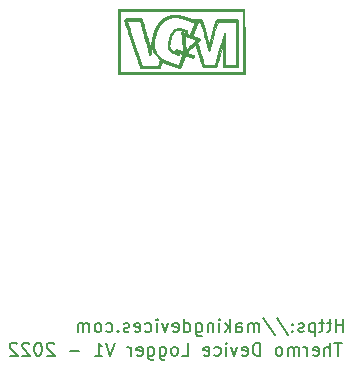
<source format=gbr>
%TF.GenerationSoftware,KiCad,Pcbnew,(5.1.12-1-g0a0a2da680)-1*%
%TF.CreationDate,2022-06-30T22:32:07+02:00*%
%TF.ProjectId,ThermoDeviceLogger,54686572-6d6f-4446-9576-6963654c6f67,rev?*%
%TF.SameCoordinates,Original*%
%TF.FileFunction,Legend,Bot*%
%TF.FilePolarity,Positive*%
%FSLAX46Y46*%
G04 Gerber Fmt 4.6, Leading zero omitted, Abs format (unit mm)*
G04 Created by KiCad (PCBNEW (5.1.12-1-g0a0a2da680)-1) date 2022-06-30 22:32:07*
%MOMM*%
%LPD*%
G01*
G04 APERTURE LIST*
%ADD10C,0.200000*%
%ADD11C,0.010000*%
G04 APERTURE END LIST*
D10*
X119485714Y-79997619D02*
X119485714Y-78897619D01*
X119485714Y-79421428D02*
X118857142Y-79421428D01*
X118857142Y-79997619D02*
X118857142Y-78897619D01*
X118490476Y-79264285D02*
X118071428Y-79264285D01*
X118333333Y-78897619D02*
X118333333Y-79840476D01*
X118280952Y-79945238D01*
X118176190Y-79997619D01*
X118071428Y-79997619D01*
X117861904Y-79264285D02*
X117442857Y-79264285D01*
X117704761Y-78897619D02*
X117704761Y-79840476D01*
X117652380Y-79945238D01*
X117547619Y-79997619D01*
X117442857Y-79997619D01*
X117076190Y-79264285D02*
X117076190Y-80364285D01*
X117076190Y-79316666D02*
X116971428Y-79264285D01*
X116761904Y-79264285D01*
X116657142Y-79316666D01*
X116604761Y-79369047D01*
X116552380Y-79473809D01*
X116552380Y-79788095D01*
X116604761Y-79892857D01*
X116657142Y-79945238D01*
X116761904Y-79997619D01*
X116971428Y-79997619D01*
X117076190Y-79945238D01*
X116133333Y-79945238D02*
X116028571Y-79997619D01*
X115819047Y-79997619D01*
X115714285Y-79945238D01*
X115661904Y-79840476D01*
X115661904Y-79788095D01*
X115714285Y-79683333D01*
X115819047Y-79630952D01*
X115976190Y-79630952D01*
X116080952Y-79578571D01*
X116133333Y-79473809D01*
X116133333Y-79421428D01*
X116080952Y-79316666D01*
X115976190Y-79264285D01*
X115819047Y-79264285D01*
X115714285Y-79316666D01*
X115190476Y-79892857D02*
X115138095Y-79945238D01*
X115190476Y-79997619D01*
X115242857Y-79945238D01*
X115190476Y-79892857D01*
X115190476Y-79997619D01*
X115190476Y-79316666D02*
X115138095Y-79369047D01*
X115190476Y-79421428D01*
X115242857Y-79369047D01*
X115190476Y-79316666D01*
X115190476Y-79421428D01*
X113880952Y-78845238D02*
X114823809Y-80259523D01*
X112728571Y-78845238D02*
X113671428Y-80259523D01*
X112361904Y-79997619D02*
X112361904Y-79264285D01*
X112361904Y-79369047D02*
X112309523Y-79316666D01*
X112204761Y-79264285D01*
X112047619Y-79264285D01*
X111942857Y-79316666D01*
X111890476Y-79421428D01*
X111890476Y-79997619D01*
X111890476Y-79421428D02*
X111838095Y-79316666D01*
X111733333Y-79264285D01*
X111576190Y-79264285D01*
X111471428Y-79316666D01*
X111419047Y-79421428D01*
X111419047Y-79997619D01*
X110423809Y-79997619D02*
X110423809Y-79421428D01*
X110476190Y-79316666D01*
X110580952Y-79264285D01*
X110790476Y-79264285D01*
X110895238Y-79316666D01*
X110423809Y-79945238D02*
X110528571Y-79997619D01*
X110790476Y-79997619D01*
X110895238Y-79945238D01*
X110947619Y-79840476D01*
X110947619Y-79735714D01*
X110895238Y-79630952D01*
X110790476Y-79578571D01*
X110528571Y-79578571D01*
X110423809Y-79526190D01*
X109900000Y-79997619D02*
X109900000Y-78897619D01*
X109795238Y-79578571D02*
X109480952Y-79997619D01*
X109480952Y-79264285D02*
X109900000Y-79683333D01*
X109009523Y-79997619D02*
X109009523Y-79264285D01*
X109009523Y-78897619D02*
X109061904Y-78950000D01*
X109009523Y-79002380D01*
X108957142Y-78950000D01*
X109009523Y-78897619D01*
X109009523Y-79002380D01*
X108485714Y-79264285D02*
X108485714Y-79997619D01*
X108485714Y-79369047D02*
X108433333Y-79316666D01*
X108328571Y-79264285D01*
X108171428Y-79264285D01*
X108066666Y-79316666D01*
X108014285Y-79421428D01*
X108014285Y-79997619D01*
X107019047Y-79264285D02*
X107019047Y-80154761D01*
X107071428Y-80259523D01*
X107123809Y-80311904D01*
X107228571Y-80364285D01*
X107385714Y-80364285D01*
X107490476Y-80311904D01*
X107019047Y-79945238D02*
X107123809Y-79997619D01*
X107333333Y-79997619D01*
X107438095Y-79945238D01*
X107490476Y-79892857D01*
X107542857Y-79788095D01*
X107542857Y-79473809D01*
X107490476Y-79369047D01*
X107438095Y-79316666D01*
X107333333Y-79264285D01*
X107123809Y-79264285D01*
X107019047Y-79316666D01*
X106023809Y-79997619D02*
X106023809Y-78897619D01*
X106023809Y-79945238D02*
X106128571Y-79997619D01*
X106338095Y-79997619D01*
X106442857Y-79945238D01*
X106495238Y-79892857D01*
X106547619Y-79788095D01*
X106547619Y-79473809D01*
X106495238Y-79369047D01*
X106442857Y-79316666D01*
X106338095Y-79264285D01*
X106128571Y-79264285D01*
X106023809Y-79316666D01*
X105080952Y-79945238D02*
X105185714Y-79997619D01*
X105395238Y-79997619D01*
X105500000Y-79945238D01*
X105552380Y-79840476D01*
X105552380Y-79421428D01*
X105500000Y-79316666D01*
X105395238Y-79264285D01*
X105185714Y-79264285D01*
X105080952Y-79316666D01*
X105028571Y-79421428D01*
X105028571Y-79526190D01*
X105552380Y-79630952D01*
X104661904Y-79264285D02*
X104400000Y-79997619D01*
X104138095Y-79264285D01*
X103719047Y-79997619D02*
X103719047Y-79264285D01*
X103719047Y-78897619D02*
X103771428Y-78950000D01*
X103719047Y-79002380D01*
X103666666Y-78950000D01*
X103719047Y-78897619D01*
X103719047Y-79002380D01*
X102723809Y-79945238D02*
X102828571Y-79997619D01*
X103038095Y-79997619D01*
X103142857Y-79945238D01*
X103195238Y-79892857D01*
X103247619Y-79788095D01*
X103247619Y-79473809D01*
X103195238Y-79369047D01*
X103142857Y-79316666D01*
X103038095Y-79264285D01*
X102828571Y-79264285D01*
X102723809Y-79316666D01*
X101833333Y-79945238D02*
X101938095Y-79997619D01*
X102147619Y-79997619D01*
X102252380Y-79945238D01*
X102304761Y-79840476D01*
X102304761Y-79421428D01*
X102252380Y-79316666D01*
X102147619Y-79264285D01*
X101938095Y-79264285D01*
X101833333Y-79316666D01*
X101780952Y-79421428D01*
X101780952Y-79526190D01*
X102304761Y-79630952D01*
X101361904Y-79945238D02*
X101257142Y-79997619D01*
X101047619Y-79997619D01*
X100942857Y-79945238D01*
X100890476Y-79840476D01*
X100890476Y-79788095D01*
X100942857Y-79683333D01*
X101047619Y-79630952D01*
X101204761Y-79630952D01*
X101309523Y-79578571D01*
X101361904Y-79473809D01*
X101361904Y-79421428D01*
X101309523Y-79316666D01*
X101204761Y-79264285D01*
X101047619Y-79264285D01*
X100942857Y-79316666D01*
X100419047Y-79892857D02*
X100366666Y-79945238D01*
X100419047Y-79997619D01*
X100471428Y-79945238D01*
X100419047Y-79892857D01*
X100419047Y-79997619D01*
X99423809Y-79945238D02*
X99528571Y-79997619D01*
X99738095Y-79997619D01*
X99842857Y-79945238D01*
X99895238Y-79892857D01*
X99947619Y-79788095D01*
X99947619Y-79473809D01*
X99895238Y-79369047D01*
X99842857Y-79316666D01*
X99738095Y-79264285D01*
X99528571Y-79264285D01*
X99423809Y-79316666D01*
X98795238Y-79997619D02*
X98900000Y-79945238D01*
X98952380Y-79892857D01*
X99004761Y-79788095D01*
X99004761Y-79473809D01*
X98952380Y-79369047D01*
X98900000Y-79316666D01*
X98795238Y-79264285D01*
X98638095Y-79264285D01*
X98533333Y-79316666D01*
X98480952Y-79369047D01*
X98428571Y-79473809D01*
X98428571Y-79788095D01*
X98480952Y-79892857D01*
X98533333Y-79945238D01*
X98638095Y-79997619D01*
X98795238Y-79997619D01*
X97957142Y-79997619D02*
X97957142Y-79264285D01*
X97957142Y-79369047D02*
X97904761Y-79316666D01*
X97800000Y-79264285D01*
X97642857Y-79264285D01*
X97538095Y-79316666D01*
X97485714Y-79421428D01*
X97485714Y-79997619D01*
X97485714Y-79421428D02*
X97433333Y-79316666D01*
X97328571Y-79264285D01*
X97171428Y-79264285D01*
X97066666Y-79316666D01*
X97014285Y-79421428D01*
X97014285Y-79997619D01*
X119366666Y-80897619D02*
X118738095Y-80897619D01*
X119052380Y-81997619D02*
X119052380Y-80897619D01*
X118371428Y-81997619D02*
X118371428Y-80897619D01*
X117900000Y-81997619D02*
X117900000Y-81421428D01*
X117952380Y-81316666D01*
X118057142Y-81264285D01*
X118214285Y-81264285D01*
X118319047Y-81316666D01*
X118371428Y-81369047D01*
X116957142Y-81945238D02*
X117061904Y-81997619D01*
X117271428Y-81997619D01*
X117376190Y-81945238D01*
X117428571Y-81840476D01*
X117428571Y-81421428D01*
X117376190Y-81316666D01*
X117271428Y-81264285D01*
X117061904Y-81264285D01*
X116957142Y-81316666D01*
X116904761Y-81421428D01*
X116904761Y-81526190D01*
X117428571Y-81630952D01*
X116433333Y-81997619D02*
X116433333Y-81264285D01*
X116433333Y-81473809D02*
X116380952Y-81369047D01*
X116328571Y-81316666D01*
X116223809Y-81264285D01*
X116119047Y-81264285D01*
X115752380Y-81997619D02*
X115752380Y-81264285D01*
X115752380Y-81369047D02*
X115700000Y-81316666D01*
X115595238Y-81264285D01*
X115438095Y-81264285D01*
X115333333Y-81316666D01*
X115280952Y-81421428D01*
X115280952Y-81997619D01*
X115280952Y-81421428D02*
X115228571Y-81316666D01*
X115123809Y-81264285D01*
X114966666Y-81264285D01*
X114861904Y-81316666D01*
X114809523Y-81421428D01*
X114809523Y-81997619D01*
X114128571Y-81997619D02*
X114233333Y-81945238D01*
X114285714Y-81892857D01*
X114338095Y-81788095D01*
X114338095Y-81473809D01*
X114285714Y-81369047D01*
X114233333Y-81316666D01*
X114128571Y-81264285D01*
X113971428Y-81264285D01*
X113866666Y-81316666D01*
X113814285Y-81369047D01*
X113761904Y-81473809D01*
X113761904Y-81788095D01*
X113814285Y-81892857D01*
X113866666Y-81945238D01*
X113971428Y-81997619D01*
X114128571Y-81997619D01*
X112452380Y-81997619D02*
X112452380Y-80897619D01*
X112190476Y-80897619D01*
X112033333Y-80950000D01*
X111928571Y-81054761D01*
X111876190Y-81159523D01*
X111823809Y-81369047D01*
X111823809Y-81526190D01*
X111876190Y-81735714D01*
X111928571Y-81840476D01*
X112033333Y-81945238D01*
X112190476Y-81997619D01*
X112452380Y-81997619D01*
X110933333Y-81945238D02*
X111038095Y-81997619D01*
X111247619Y-81997619D01*
X111352380Y-81945238D01*
X111404761Y-81840476D01*
X111404761Y-81421428D01*
X111352380Y-81316666D01*
X111247619Y-81264285D01*
X111038095Y-81264285D01*
X110933333Y-81316666D01*
X110880952Y-81421428D01*
X110880952Y-81526190D01*
X111404761Y-81630952D01*
X110514285Y-81264285D02*
X110252380Y-81997619D01*
X109990476Y-81264285D01*
X109571428Y-81997619D02*
X109571428Y-81264285D01*
X109571428Y-80897619D02*
X109623809Y-80950000D01*
X109571428Y-81002380D01*
X109519047Y-80950000D01*
X109571428Y-80897619D01*
X109571428Y-81002380D01*
X108576190Y-81945238D02*
X108680952Y-81997619D01*
X108890476Y-81997619D01*
X108995238Y-81945238D01*
X109047619Y-81892857D01*
X109100000Y-81788095D01*
X109100000Y-81473809D01*
X109047619Y-81369047D01*
X108995238Y-81316666D01*
X108890476Y-81264285D01*
X108680952Y-81264285D01*
X108576190Y-81316666D01*
X107685714Y-81945238D02*
X107790476Y-81997619D01*
X108000000Y-81997619D01*
X108104761Y-81945238D01*
X108157142Y-81840476D01*
X108157142Y-81421428D01*
X108104761Y-81316666D01*
X108000000Y-81264285D01*
X107790476Y-81264285D01*
X107685714Y-81316666D01*
X107633333Y-81421428D01*
X107633333Y-81526190D01*
X108157142Y-81630952D01*
X105800000Y-81997619D02*
X106323809Y-81997619D01*
X106323809Y-80897619D01*
X105276190Y-81997619D02*
X105380952Y-81945238D01*
X105433333Y-81892857D01*
X105485714Y-81788095D01*
X105485714Y-81473809D01*
X105433333Y-81369047D01*
X105380952Y-81316666D01*
X105276190Y-81264285D01*
X105119047Y-81264285D01*
X105014285Y-81316666D01*
X104961904Y-81369047D01*
X104909523Y-81473809D01*
X104909523Y-81788095D01*
X104961904Y-81892857D01*
X105014285Y-81945238D01*
X105119047Y-81997619D01*
X105276190Y-81997619D01*
X103966666Y-81264285D02*
X103966666Y-82154761D01*
X104019047Y-82259523D01*
X104071428Y-82311904D01*
X104176190Y-82364285D01*
X104333333Y-82364285D01*
X104438095Y-82311904D01*
X103966666Y-81945238D02*
X104071428Y-81997619D01*
X104280952Y-81997619D01*
X104385714Y-81945238D01*
X104438095Y-81892857D01*
X104490476Y-81788095D01*
X104490476Y-81473809D01*
X104438095Y-81369047D01*
X104385714Y-81316666D01*
X104280952Y-81264285D01*
X104071428Y-81264285D01*
X103966666Y-81316666D01*
X102971428Y-81264285D02*
X102971428Y-82154761D01*
X103023809Y-82259523D01*
X103076190Y-82311904D01*
X103180952Y-82364285D01*
X103338095Y-82364285D01*
X103442857Y-82311904D01*
X102971428Y-81945238D02*
X103076190Y-81997619D01*
X103285714Y-81997619D01*
X103390476Y-81945238D01*
X103442857Y-81892857D01*
X103495238Y-81788095D01*
X103495238Y-81473809D01*
X103442857Y-81369047D01*
X103390476Y-81316666D01*
X103285714Y-81264285D01*
X103076190Y-81264285D01*
X102971428Y-81316666D01*
X102028571Y-81945238D02*
X102133333Y-81997619D01*
X102342857Y-81997619D01*
X102447619Y-81945238D01*
X102500000Y-81840476D01*
X102500000Y-81421428D01*
X102447619Y-81316666D01*
X102342857Y-81264285D01*
X102133333Y-81264285D01*
X102028571Y-81316666D01*
X101976190Y-81421428D01*
X101976190Y-81526190D01*
X102500000Y-81630952D01*
X101504761Y-81997619D02*
X101504761Y-81264285D01*
X101504761Y-81473809D02*
X101452380Y-81369047D01*
X101400000Y-81316666D01*
X101295238Y-81264285D01*
X101190476Y-81264285D01*
X100142857Y-80897619D02*
X99776190Y-81997619D01*
X99409523Y-80897619D01*
X98466666Y-81997619D02*
X99095238Y-81997619D01*
X98780952Y-81997619D02*
X98780952Y-80897619D01*
X98885714Y-81054761D01*
X98990476Y-81159523D01*
X99095238Y-81211904D01*
X97157142Y-81578571D02*
X96319047Y-81578571D01*
X95009523Y-81002380D02*
X94957142Y-80950000D01*
X94852380Y-80897619D01*
X94590476Y-80897619D01*
X94485714Y-80950000D01*
X94433333Y-81002380D01*
X94380952Y-81107142D01*
X94380952Y-81211904D01*
X94433333Y-81369047D01*
X95061904Y-81997619D01*
X94380952Y-81997619D01*
X93700000Y-80897619D02*
X93595238Y-80897619D01*
X93490476Y-80950000D01*
X93438095Y-81002380D01*
X93385714Y-81107142D01*
X93333333Y-81316666D01*
X93333333Y-81578571D01*
X93385714Y-81788095D01*
X93438095Y-81892857D01*
X93490476Y-81945238D01*
X93595238Y-81997619D01*
X93700000Y-81997619D01*
X93804761Y-81945238D01*
X93857142Y-81892857D01*
X93909523Y-81788095D01*
X93961904Y-81578571D01*
X93961904Y-81316666D01*
X93909523Y-81107142D01*
X93857142Y-81002380D01*
X93804761Y-80950000D01*
X93700000Y-80897619D01*
X92914285Y-81002380D02*
X92861904Y-80950000D01*
X92757142Y-80897619D01*
X92495238Y-80897619D01*
X92390476Y-80950000D01*
X92338095Y-81002380D01*
X92285714Y-81107142D01*
X92285714Y-81211904D01*
X92338095Y-81369047D01*
X92966666Y-81997619D01*
X92285714Y-81997619D01*
X91866666Y-81002380D02*
X91814285Y-80950000D01*
X91709523Y-80897619D01*
X91447619Y-80897619D01*
X91342857Y-80950000D01*
X91290476Y-81002380D01*
X91238095Y-81107142D01*
X91238095Y-81211904D01*
X91290476Y-81369047D01*
X91919047Y-81997619D01*
X91238095Y-81997619D01*
D11*
%TO.C,G\u002A\u002A\u002A*%
G36*
X105217917Y-53146922D02*
G01*
X105092143Y-53147905D01*
X104997588Y-53150791D01*
X104923138Y-53157071D01*
X104857681Y-53168236D01*
X104790104Y-53185779D01*
X104709293Y-53211190D01*
X104688750Y-53217946D01*
X104584403Y-53255653D01*
X104480766Y-53298612D01*
X104393728Y-53340019D01*
X104360667Y-53358457D01*
X104308399Y-53394729D01*
X104239469Y-53448937D01*
X104160342Y-53515237D01*
X104077487Y-53587781D01*
X103997367Y-53660723D01*
X103926451Y-53728218D01*
X103871203Y-53784419D01*
X103838091Y-53823481D01*
X103831500Y-53836884D01*
X103820616Y-53863699D01*
X103792081Y-53914498D01*
X103752125Y-53978206D01*
X103695082Y-54065430D01*
X103656431Y-54125499D01*
X103631236Y-54166582D01*
X103614559Y-54196850D01*
X103601465Y-54224471D01*
X103596463Y-54235834D01*
X103570299Y-54295013D01*
X103544571Y-54352250D01*
X103496222Y-54471606D01*
X103444748Y-54621039D01*
X103393749Y-54788828D01*
X103346823Y-54963253D01*
X103313767Y-55103667D01*
X103286388Y-55224459D01*
X103255877Y-55351259D01*
X103224037Y-55477410D01*
X103192672Y-55596257D01*
X103163584Y-55701144D01*
X103138575Y-55785414D01*
X103119449Y-55842412D01*
X103108007Y-55865482D01*
X103107385Y-55865667D01*
X103092245Y-55848617D01*
X103090667Y-55836128D01*
X103085179Y-55810757D01*
X103069390Y-55748353D01*
X103044310Y-55652679D01*
X103010951Y-55527495D01*
X102970324Y-55376563D01*
X102923441Y-55203645D01*
X102871311Y-55012502D01*
X102814948Y-54806896D01*
X102773435Y-54656086D01*
X102702086Y-54398225D01*
X102640719Y-54178549D01*
X102588497Y-53994318D01*
X102544585Y-53842789D01*
X102508144Y-53721220D01*
X102478341Y-53626870D01*
X102454337Y-53556997D01*
X102435298Y-53508859D01*
X102420387Y-53479713D01*
X102411256Y-53468542D01*
X102395412Y-53458131D01*
X102372850Y-53449857D01*
X102338948Y-53443480D01*
X102289082Y-53438757D01*
X102218628Y-53435447D01*
X102122962Y-53433309D01*
X101997463Y-53432102D01*
X101837505Y-53431583D01*
X101701906Y-53431500D01*
X101516390Y-53431609D01*
X101368560Y-53432122D01*
X101253772Y-53433318D01*
X101167377Y-53435474D01*
X101104729Y-53438868D01*
X101061182Y-53443780D01*
X101032090Y-53450488D01*
X101012806Y-53459269D01*
X100998684Y-53470402D01*
X100995167Y-53473833D01*
X100960130Y-53537542D01*
X100952834Y-53595863D01*
X100959474Y-53624253D01*
X100978642Y-53689340D01*
X101009209Y-53787752D01*
X101050049Y-53916116D01*
X101100031Y-54071059D01*
X101158029Y-54249208D01*
X101222913Y-54447191D01*
X101293556Y-54661634D01*
X101368830Y-54889165D01*
X101447606Y-55126411D01*
X101528756Y-55369999D01*
X101611153Y-55616557D01*
X101693666Y-55862711D01*
X101775170Y-56105090D01*
X101854535Y-56340319D01*
X101930632Y-56565027D01*
X102002335Y-56775840D01*
X102068515Y-56969385D01*
X102128043Y-57142291D01*
X102179791Y-57291184D01*
X102222632Y-57412690D01*
X102255437Y-57503439D01*
X102277077Y-57560056D01*
X102284325Y-57576414D01*
X102317274Y-57615971D01*
X102340394Y-57630593D01*
X102368788Y-57633591D01*
X102434538Y-57636347D01*
X102532669Y-57638779D01*
X102658203Y-57640809D01*
X102806164Y-57642354D01*
X102971577Y-57643333D01*
X103145315Y-57643667D01*
X103346911Y-57643559D01*
X103510427Y-57643099D01*
X103640117Y-57642075D01*
X103740234Y-57640282D01*
X103815033Y-57637510D01*
X103868766Y-57633550D01*
X103905687Y-57628195D01*
X103930050Y-57621235D01*
X103946108Y-57612463D01*
X103955883Y-57603951D01*
X103979124Y-57567512D01*
X104009825Y-57501254D01*
X104043302Y-57415912D01*
X104064350Y-57355243D01*
X104094672Y-57266279D01*
X104121928Y-57192097D01*
X104142521Y-57142171D01*
X104151049Y-57126727D01*
X104181955Y-57121735D01*
X104235234Y-57139824D01*
X104238374Y-57141348D01*
X104412588Y-57223416D01*
X104562726Y-57285642D01*
X104699490Y-57332319D01*
X104752250Y-57347435D01*
X104848981Y-57376468D01*
X104945426Y-57409959D01*
X105022041Y-57441079D01*
X105027417Y-57443588D01*
X105075124Y-57462734D01*
X105150545Y-57489099D01*
X105244531Y-57519892D01*
X105347932Y-57552320D01*
X105451598Y-57583591D01*
X105546379Y-57610913D01*
X105623125Y-57631494D01*
X105672685Y-57642541D01*
X105683102Y-57643667D01*
X105699134Y-57626209D01*
X105721287Y-57583342D01*
X105724904Y-57574875D01*
X105777052Y-57447927D01*
X105823433Y-57332315D01*
X105861656Y-57234231D01*
X105889329Y-57159863D01*
X105904061Y-57115403D01*
X105905834Y-57106603D01*
X105913384Y-57073376D01*
X105933643Y-57013071D01*
X105963024Y-56934428D01*
X105997941Y-56846183D01*
X106034805Y-56757075D01*
X106070029Y-56675843D01*
X106100028Y-56611224D01*
X106121214Y-56571957D01*
X106128503Y-56564167D01*
X106157070Y-56571411D01*
X106214368Y-56590716D01*
X106289810Y-56618446D01*
X106319067Y-56629671D01*
X106421459Y-56668516D01*
X106531649Y-56708954D01*
X106626820Y-56742620D01*
X106631965Y-56744382D01*
X106776012Y-56793589D01*
X106796006Y-56742378D01*
X106820202Y-56680383D01*
X106836868Y-56637660D01*
X106846873Y-56596171D01*
X106828472Y-56573480D01*
X106810409Y-56565252D01*
X106773514Y-56550930D01*
X106705979Y-56525088D01*
X106616775Y-56491146D01*
X106514871Y-56452524D01*
X106493593Y-56444477D01*
X106224102Y-56342604D01*
X106273635Y-56299927D01*
X106303903Y-56272526D01*
X106359268Y-56221140D01*
X106434168Y-56150979D01*
X106523044Y-56067254D01*
X106620336Y-55975176D01*
X106635364Y-55960917D01*
X106731425Y-55870694D01*
X106818320Y-55790883D01*
X106890983Y-55725994D01*
X106944344Y-55680536D01*
X106973335Y-55659020D01*
X106975815Y-55657974D01*
X106998437Y-55669056D01*
X107001926Y-55689724D01*
X107007400Y-55719079D01*
X107023926Y-55783474D01*
X107049973Y-55877527D01*
X107084009Y-55995857D01*
X107124504Y-56133083D01*
X107169928Y-56283824D01*
X107184427Y-56331334D01*
X107261472Y-56582834D01*
X107327257Y-56796904D01*
X107382820Y-56976623D01*
X107429198Y-57125067D01*
X107467430Y-57245315D01*
X107498555Y-57340444D01*
X107523609Y-57413532D01*
X107543632Y-57467656D01*
X107559662Y-57505895D01*
X107572736Y-57531325D01*
X107583893Y-57547026D01*
X107594172Y-57556074D01*
X107598404Y-57558592D01*
X107632527Y-57565426D01*
X107704584Y-57571161D01*
X107810188Y-57575627D01*
X107944951Y-57578656D01*
X108104484Y-57580079D01*
X108158692Y-57580167D01*
X108329485Y-57580309D01*
X108463193Y-57579361D01*
X108565055Y-57575260D01*
X108640307Y-57565946D01*
X108694188Y-57549355D01*
X108731934Y-57523428D01*
X108758785Y-57486100D01*
X108779977Y-57435312D01*
X108800748Y-57369001D01*
X108814899Y-57321854D01*
X108833803Y-57259613D01*
X108863066Y-57162991D01*
X108900827Y-57038140D01*
X108945227Y-56891213D01*
X108994407Y-56728361D01*
X109046508Y-56555736D01*
X109085753Y-56425640D01*
X109303084Y-55705029D01*
X109296733Y-56599205D01*
X109295236Y-56817134D01*
X109294235Y-56996677D01*
X109293887Y-57141779D01*
X109294347Y-57256389D01*
X109295772Y-57344450D01*
X109298317Y-57409910D01*
X109302138Y-57456715D01*
X109307391Y-57488810D01*
X109314232Y-57510142D01*
X109322817Y-57524657D01*
X109333301Y-57536300D01*
X109333775Y-57536774D01*
X109348464Y-57549724D01*
X109366910Y-57559806D01*
X109394184Y-57567378D01*
X109435358Y-57572799D01*
X109495503Y-57576427D01*
X109579692Y-57578619D01*
X109692996Y-57579733D01*
X109840487Y-57580127D01*
X109948667Y-57580167D01*
X110119489Y-57580022D01*
X110253039Y-57579356D01*
X110354378Y-57577820D01*
X110428566Y-57575064D01*
X110480665Y-57570739D01*
X110515735Y-57564496D01*
X110538838Y-57555987D01*
X110555034Y-57544863D01*
X110562500Y-57537833D01*
X110569696Y-57529897D01*
X110576026Y-57519645D01*
X110581547Y-57504474D01*
X110586313Y-57481780D01*
X110590380Y-57448958D01*
X110593804Y-57403405D01*
X110594443Y-57389667D01*
X110414334Y-57389667D01*
X109480759Y-57389667D01*
X109484266Y-56040292D01*
X109484926Y-55767808D01*
X109485333Y-55534609D01*
X109485408Y-55337651D01*
X109485074Y-55173885D01*
X109484256Y-55040264D01*
X109482874Y-54933743D01*
X109480854Y-54851273D01*
X109478116Y-54789809D01*
X109474585Y-54746304D01*
X109470183Y-54717710D01*
X109464833Y-54700981D01*
X109458458Y-54693070D01*
X109450981Y-54690931D01*
X109450129Y-54690917D01*
X109440867Y-54696363D01*
X109428850Y-54714469D01*
X109413204Y-54747888D01*
X109393053Y-54799274D01*
X109367523Y-54871279D01*
X109335739Y-54966556D01*
X109296828Y-55087758D01*
X109249915Y-55237539D01*
X109194125Y-55418550D01*
X109128583Y-55633446D01*
X109052416Y-55884880D01*
X109007096Y-56035000D01*
X108601709Y-57379084D01*
X108154661Y-57384792D01*
X107707613Y-57390501D01*
X107633740Y-57151959D01*
X107571784Y-56951343D01*
X107509398Y-56748299D01*
X107447828Y-56546967D01*
X107388321Y-56351491D01*
X107332124Y-56166009D01*
X107280484Y-55994665D01*
X107234647Y-55841600D01*
X107195861Y-55710954D01*
X107165373Y-55606869D01*
X107144428Y-55533486D01*
X107134274Y-55494948D01*
X107133501Y-55490433D01*
X107149556Y-55458774D01*
X107162348Y-55448677D01*
X107227741Y-55403362D01*
X107291935Y-55347527D01*
X107345757Y-55290557D01*
X107354567Y-55278034D01*
X107023450Y-55278034D01*
X106850933Y-55441028D01*
X106771654Y-55515911D01*
X106672559Y-55609482D01*
X106564623Y-55711377D01*
X106458823Y-55811234D01*
X106426075Y-55842137D01*
X106321279Y-55939026D01*
X106243693Y-56006081D01*
X106191761Y-56044527D01*
X106163928Y-56055587D01*
X106159036Y-56052334D01*
X106150522Y-56018991D01*
X106141167Y-55955702D01*
X106132712Y-55874775D01*
X106131088Y-55855084D01*
X106122224Y-55751639D01*
X106110588Y-55629025D01*
X106098372Y-55510111D01*
X106095598Y-55484667D01*
X106074932Y-55290775D01*
X106060415Y-55138296D01*
X106052013Y-55026765D01*
X106049692Y-54955715D01*
X106053418Y-54924680D01*
X106054591Y-54923385D01*
X106077737Y-54927868D01*
X106133611Y-54945394D01*
X106215487Y-54973657D01*
X106316638Y-55010351D01*
X106404834Y-55043435D01*
X106529093Y-55090667D01*
X106651347Y-55137103D01*
X106761068Y-55178745D01*
X106847731Y-55211599D01*
X106882683Y-55224826D01*
X107023450Y-55278034D01*
X107354567Y-55278034D01*
X107380035Y-55241834D01*
X107387500Y-55218358D01*
X107382580Y-55195357D01*
X107363460Y-55173942D01*
X107323598Y-55150159D01*
X107256454Y-55120052D01*
X107162878Y-55082554D01*
X107060278Y-55043078D01*
X106960609Y-55005833D01*
X106877247Y-54975763D01*
X106834795Y-54961317D01*
X106776195Y-54939659D01*
X106738695Y-54920551D01*
X106731334Y-54912472D01*
X106738640Y-54884968D01*
X106757953Y-54828654D01*
X106785366Y-54753948D01*
X106816969Y-54671268D01*
X106848855Y-54591030D01*
X106877117Y-54523654D01*
X106877627Y-54522489D01*
X106907509Y-54452011D01*
X106934141Y-54385507D01*
X106938712Y-54373417D01*
X106998503Y-54214123D01*
X107046519Y-54090698D01*
X107084591Y-53998923D01*
X107114550Y-53934579D01*
X107138225Y-53893449D01*
X107156053Y-53872463D01*
X107174674Y-53847210D01*
X106863758Y-53847210D01*
X106861890Y-53874511D01*
X106846456Y-53933489D01*
X106819786Y-54016591D01*
X106784210Y-54116258D01*
X106765835Y-54164710D01*
X106718357Y-54287654D01*
X106669287Y-54414693D01*
X106623951Y-54532044D01*
X106587673Y-54625923D01*
X106583005Y-54638000D01*
X106551822Y-54717874D01*
X106526514Y-54781214D01*
X106510801Y-54818783D01*
X106507731Y-54824984D01*
X106485838Y-54822874D01*
X106437771Y-54808256D01*
X106375991Y-54785923D01*
X106312963Y-54760667D01*
X106261147Y-54737278D01*
X106233007Y-54720550D01*
X106231518Y-54718785D01*
X106229672Y-54688870D01*
X106237898Y-54633468D01*
X106246421Y-54596156D01*
X106258763Y-54537496D01*
X106071107Y-54537496D01*
X106050169Y-54597561D01*
X106029230Y-54657625D01*
X105920657Y-54616371D01*
X105850693Y-54594543D01*
X105804238Y-54589859D01*
X105792759Y-54594442D01*
X105786448Y-54624886D01*
X105786861Y-54696259D01*
X105793936Y-54807705D01*
X105807609Y-54958368D01*
X105827819Y-55147391D01*
X105842361Y-55273000D01*
X105856099Y-55394724D01*
X105869942Y-55527597D01*
X105883331Y-55665022D01*
X105895704Y-55800398D01*
X105906500Y-55927126D01*
X105915159Y-56038606D01*
X105921121Y-56128240D01*
X105923823Y-56189429D01*
X105922707Y-56215571D01*
X105922474Y-56215916D01*
X105898720Y-56214378D01*
X105846393Y-56199941D01*
X105776153Y-56175612D01*
X105765654Y-56171648D01*
X105692136Y-56144173D01*
X105606163Y-56112892D01*
X105517163Y-56081123D01*
X105434564Y-56052184D01*
X105367795Y-56029394D01*
X105326284Y-56016070D01*
X105317707Y-56013981D01*
X105306728Y-56031502D01*
X105285225Y-56076504D01*
X105269306Y-56112647D01*
X105245645Y-56174638D01*
X105244342Y-56213411D01*
X105271083Y-56238739D01*
X105331552Y-56260400D01*
X105359898Y-56268414D01*
X105414394Y-56288097D01*
X105449258Y-56309093D01*
X105452507Y-56313010D01*
X105450291Y-56327350D01*
X105426943Y-56323618D01*
X105387520Y-56311549D01*
X105321526Y-56291437D01*
X105242898Y-56267532D01*
X105239084Y-56266373D01*
X105078140Y-56200394D01*
X104946733Y-56110334D01*
X104848625Y-55999073D01*
X104816204Y-55942572D01*
X104786541Y-55876694D01*
X104771256Y-55821867D01*
X104767560Y-55760641D01*
X104772667Y-55675562D01*
X104772972Y-55671921D01*
X104786725Y-55539834D01*
X104804360Y-55417009D01*
X104824263Y-55312252D01*
X104844818Y-55234369D01*
X104859677Y-55198917D01*
X104883361Y-55146189D01*
X104899446Y-55093818D01*
X104944002Y-54956385D01*
X105011002Y-54817730D01*
X105094103Y-54687012D01*
X105186964Y-54573390D01*
X105283242Y-54486024D01*
X105348024Y-54445996D01*
X105426870Y-54419181D01*
X105519504Y-54410743D01*
X105632290Y-54421118D01*
X105771589Y-54450742D01*
X105887929Y-54483063D01*
X106071107Y-54537496D01*
X106258763Y-54537496D01*
X106260819Y-54527726D01*
X106259962Y-54485833D01*
X106246980Y-54461071D01*
X106217517Y-54442617D01*
X106156438Y-54415454D01*
X106072619Y-54383216D01*
X105974937Y-54349540D01*
X105973436Y-54349050D01*
X105856818Y-54312585D01*
X105765741Y-54288829D01*
X105686271Y-54275205D01*
X105604472Y-54269132D01*
X105535417Y-54267985D01*
X105401956Y-54274400D01*
X105296156Y-54297349D01*
X105205062Y-54341430D01*
X105115720Y-54411239D01*
X105105636Y-54420507D01*
X105043846Y-54490050D01*
X104975748Y-54585665D01*
X104909690Y-54693710D01*
X104854017Y-54800539D01*
X104817232Y-54892000D01*
X104793780Y-54964163D01*
X104772306Y-55025033D01*
X104762068Y-55050750D01*
X104744038Y-55098027D01*
X104720452Y-55168939D01*
X104694811Y-55251709D01*
X104670615Y-55334557D01*
X104651365Y-55405706D01*
X104640563Y-55453377D01*
X104639388Y-55463500D01*
X104637519Y-55498733D01*
X104632808Y-55563524D01*
X104626187Y-55645268D01*
X104624540Y-55664584D01*
X104624740Y-55823112D01*
X104657271Y-55964438D01*
X104725684Y-56102285D01*
X104745790Y-56133340D01*
X104821832Y-56214703D01*
X104939195Y-56294600D01*
X105096876Y-56372533D01*
X105293874Y-56448004D01*
X105517737Y-56517307D01*
X105539947Y-56504093D01*
X105564206Y-56462636D01*
X105569614Y-56448954D01*
X105592292Y-56400318D01*
X105614127Y-56374789D01*
X105618209Y-56373667D01*
X105651433Y-56380992D01*
X105705848Y-56399546D01*
X105768901Y-56424198D01*
X105828040Y-56449815D01*
X105870710Y-56471266D01*
X105884667Y-56482593D01*
X105877435Y-56506542D01*
X105857681Y-56561956D01*
X105828321Y-56640882D01*
X105792269Y-56735367D01*
X105787666Y-56747284D01*
X105743259Y-56863421D01*
X105697718Y-56984752D01*
X105656932Y-57095475D01*
X105631112Y-57167417D01*
X105601829Y-57250028D01*
X105576459Y-57320421D01*
X105559368Y-57366524D01*
X105556516Y-57373792D01*
X105526005Y-57407247D01*
X105484640Y-57402625D01*
X105470859Y-57392414D01*
X105441955Y-57377849D01*
X105383887Y-57356154D01*
X105308260Y-57331602D01*
X105294171Y-57327356D01*
X105212215Y-57301080D01*
X105141527Y-57275106D01*
X105096072Y-57254611D01*
X105093087Y-57252835D01*
X105054971Y-57235312D01*
X104986778Y-57209776D01*
X104899084Y-57180023D01*
X104826334Y-57157060D01*
X104702065Y-57117692D01*
X104596448Y-57080290D01*
X104492110Y-57038174D01*
X104371678Y-56984665D01*
X104339500Y-56969870D01*
X104305265Y-56950730D01*
X103981314Y-56950730D01*
X103903559Y-57186073D01*
X103872224Y-57279975D01*
X103845276Y-57358989D01*
X103825690Y-57414503D01*
X103816640Y-57437583D01*
X103794022Y-57441343D01*
X103734170Y-57444451D01*
X103642176Y-57446828D01*
X103523136Y-57448396D01*
X103382143Y-57449077D01*
X103224291Y-57448791D01*
X103128760Y-57448167D01*
X102450045Y-57442584D01*
X101807314Y-55548167D01*
X101715018Y-55275967D01*
X101626688Y-55015144D01*
X101543263Y-54768490D01*
X101465681Y-54538794D01*
X101394881Y-54328847D01*
X101331803Y-54141440D01*
X101277386Y-53979364D01*
X101232567Y-53845408D01*
X101198287Y-53742363D01*
X101175484Y-53673020D01*
X101165098Y-53640169D01*
X101164542Y-53637875D01*
X101184775Y-53633642D01*
X101241810Y-53629848D01*
X101330117Y-53626649D01*
X101444165Y-53624202D01*
X101578425Y-53622661D01*
X101720125Y-53622181D01*
X102275750Y-53622362D01*
X102539642Y-54579973D01*
X102599251Y-54797160D01*
X102660309Y-55021241D01*
X102720841Y-55244855D01*
X102778871Y-55460643D01*
X102832423Y-55661245D01*
X102879520Y-55839302D01*
X102918188Y-55987454D01*
X102933124Y-56045584D01*
X102980553Y-56228755D01*
X103020098Y-56371520D01*
X103053492Y-56474700D01*
X103082472Y-56539114D01*
X103108771Y-56565581D01*
X103134125Y-56554923D01*
X103160268Y-56507958D01*
X103188935Y-56425508D01*
X103221861Y-56308391D01*
X103251020Y-56195842D01*
X103331389Y-55880433D01*
X103360343Y-56026508D01*
X103413089Y-56214910D01*
X103496160Y-56393374D01*
X103612882Y-56567417D01*
X103766579Y-56742555D01*
X103829662Y-56805073D01*
X103981314Y-56950730D01*
X104305265Y-56950730D01*
X104181944Y-56881785D01*
X104026803Y-56767063D01*
X103882393Y-56633889D01*
X103757030Y-56490448D01*
X103659026Y-56344927D01*
X103615652Y-56257250D01*
X103564199Y-56130018D01*
X103528065Y-56027253D01*
X103504138Y-55935310D01*
X103489306Y-55840544D01*
X103480457Y-55729310D01*
X103476680Y-55647817D01*
X103474148Y-55489454D01*
X103478880Y-55343903D01*
X103490389Y-55224926D01*
X103492072Y-55213900D01*
X103505572Y-55149022D01*
X103528567Y-55058763D01*
X103558542Y-54951237D01*
X103592979Y-54834555D01*
X103629363Y-54716830D01*
X103665177Y-54606174D01*
X103697904Y-54510699D01*
X103725028Y-54438519D01*
X103744033Y-54397745D01*
X103746225Y-54394584D01*
X103764883Y-54359082D01*
X103779039Y-54320500D01*
X103803028Y-54267712D01*
X103840209Y-54208697D01*
X103845129Y-54202086D01*
X103877184Y-54156266D01*
X103894179Y-54124718D01*
X103895000Y-54120782D01*
X103908337Y-54090573D01*
X103943823Y-54037834D01*
X103994675Y-53970935D01*
X104054108Y-53898250D01*
X104115339Y-53828148D01*
X104171583Y-53769002D01*
X104205501Y-53737631D01*
X104272265Y-53681421D01*
X104336988Y-53626855D01*
X104369983Y-53598991D01*
X104464163Y-53534780D01*
X104589559Y-53472013D01*
X104735185Y-53415486D01*
X104890057Y-53369992D01*
X104900417Y-53367475D01*
X104977850Y-53355649D01*
X105084814Y-53348210D01*
X105208734Y-53345169D01*
X105337034Y-53346539D01*
X105457139Y-53352330D01*
X105556473Y-53362555D01*
X105582197Y-53366836D01*
X105644850Y-53381851D01*
X105734950Y-53407452D01*
X105840084Y-53439955D01*
X105940200Y-53473057D01*
X106054486Y-53512146D01*
X106193347Y-53559626D01*
X106341300Y-53610203D01*
X106482861Y-53658583D01*
X106519667Y-53671160D01*
X106629469Y-53709825D01*
X106723695Y-53745193D01*
X106795672Y-53774582D01*
X106838723Y-53795308D01*
X106848075Y-53803173D01*
X106858738Y-53838262D01*
X106863758Y-53847210D01*
X107174674Y-53847210D01*
X107190346Y-53825957D01*
X107210408Y-53771921D01*
X107224011Y-53728293D01*
X107250801Y-53710140D01*
X107300853Y-53706667D01*
X107378247Y-53706667D01*
X107657614Y-54685625D01*
X107716261Y-54891841D01*
X107773420Y-55094155D01*
X107827593Y-55287180D01*
X107877287Y-55465528D01*
X107921003Y-55623812D01*
X107957246Y-55756644D01*
X107984521Y-55858636D01*
X107999238Y-55915855D01*
X108033744Y-56047365D01*
X108063637Y-56139824D01*
X108090648Y-56192852D01*
X108116509Y-56206072D01*
X108142950Y-56179103D01*
X108171705Y-56111569D01*
X108204503Y-56003089D01*
X108240663Y-55863059D01*
X108264073Y-55771766D01*
X108297526Y-55646063D01*
X108339299Y-55492204D01*
X108387664Y-55316441D01*
X108440897Y-55125030D01*
X108497272Y-54924223D01*
X108555064Y-54720275D01*
X108581566Y-54627417D01*
X108841949Y-53717250D01*
X109628142Y-53711701D01*
X110414334Y-53706152D01*
X110414334Y-57389667D01*
X110594443Y-57389667D01*
X110596639Y-57342517D01*
X110598942Y-57263689D01*
X110600767Y-57164318D01*
X110602171Y-57041800D01*
X110603208Y-56893531D01*
X110603933Y-56716907D01*
X110604403Y-56509324D01*
X110604673Y-56268177D01*
X110604797Y-55990864D01*
X110604832Y-55674780D01*
X110604834Y-55548167D01*
X110604818Y-55217157D01*
X110604732Y-54925877D01*
X110604523Y-54671722D01*
X110604133Y-54452089D01*
X110603508Y-54264373D01*
X110602592Y-54105971D01*
X110601330Y-53974278D01*
X110599666Y-53866691D01*
X110597546Y-53780605D01*
X110594913Y-53713417D01*
X110591712Y-53662523D01*
X110587888Y-53625318D01*
X110583386Y-53599199D01*
X110578149Y-53581562D01*
X110572124Y-53569802D01*
X110565253Y-53561317D01*
X110562501Y-53558500D01*
X110550672Y-53548044D01*
X110535433Y-53539466D01*
X110512781Y-53532583D01*
X110478713Y-53527206D01*
X110429227Y-53523152D01*
X110360320Y-53520233D01*
X110267988Y-53518264D01*
X110148230Y-53517059D01*
X109997041Y-53516432D01*
X109810420Y-53516197D01*
X109650942Y-53516167D01*
X109439528Y-53516660D01*
X109249597Y-53518087D01*
X109084622Y-53520369D01*
X108948075Y-53523430D01*
X108843428Y-53527191D01*
X108774152Y-53531575D01*
X108743720Y-53536502D01*
X108743679Y-53536525D01*
X108708089Y-53570538D01*
X108681938Y-53615900D01*
X108669604Y-53652430D01*
X108647733Y-53723377D01*
X108617735Y-53823793D01*
X108581017Y-53948731D01*
X108538985Y-54093244D01*
X108493048Y-54252385D01*
X108444612Y-54421206D01*
X108395086Y-54594760D01*
X108345877Y-54768100D01*
X108298392Y-54936279D01*
X108254038Y-55094350D01*
X108214224Y-55237365D01*
X108180357Y-55360377D01*
X108153844Y-55458439D01*
X108136093Y-55526604D01*
X108128510Y-55559924D01*
X108128334Y-55561793D01*
X108123856Y-55587484D01*
X108118697Y-55587919D01*
X108111162Y-55566261D01*
X108093224Y-55507806D01*
X108066029Y-55416488D01*
X108030725Y-55296237D01*
X107988462Y-55150984D01*
X107940385Y-54984660D01*
X107887643Y-54801198D01*
X107831384Y-54604528D01*
X107822585Y-54573683D01*
X107745110Y-54304090D01*
X107678033Y-54075136D01*
X107621373Y-53886885D01*
X107575149Y-53739398D01*
X107539380Y-53632738D01*
X107514087Y-53566965D01*
X107500093Y-53542625D01*
X107468644Y-53531634D01*
X107406432Y-53523748D01*
X107310124Y-53518748D01*
X107176387Y-53516409D01*
X107102740Y-53516167D01*
X106965685Y-53515624D01*
X106861746Y-53513381D01*
X106781711Y-53508516D01*
X106716370Y-53500109D01*
X106656512Y-53487238D01*
X106592926Y-53468983D01*
X106575160Y-53463404D01*
X106483666Y-53434916D01*
X106395561Y-53408408D01*
X106328102Y-53389057D01*
X106321417Y-53387249D01*
X106241654Y-53361956D01*
X106160034Y-53330397D01*
X106149250Y-53325646D01*
X106088327Y-53302296D01*
X106002388Y-53274507D01*
X105907649Y-53247441D01*
X105884667Y-53241437D01*
X105790454Y-53216976D01*
X105700965Y-53193103D01*
X105632314Y-53174134D01*
X105620084Y-53170601D01*
X105564590Y-53160973D01*
X105475717Y-53153462D01*
X105362389Y-53148592D01*
X105233529Y-53146890D01*
X105217917Y-53146922D01*
G37*
X105217917Y-53146922D02*
X105092143Y-53147905D01*
X104997588Y-53150791D01*
X104923138Y-53157071D01*
X104857681Y-53168236D01*
X104790104Y-53185779D01*
X104709293Y-53211190D01*
X104688750Y-53217946D01*
X104584403Y-53255653D01*
X104480766Y-53298612D01*
X104393728Y-53340019D01*
X104360667Y-53358457D01*
X104308399Y-53394729D01*
X104239469Y-53448937D01*
X104160342Y-53515237D01*
X104077487Y-53587781D01*
X103997367Y-53660723D01*
X103926451Y-53728218D01*
X103871203Y-53784419D01*
X103838091Y-53823481D01*
X103831500Y-53836884D01*
X103820616Y-53863699D01*
X103792081Y-53914498D01*
X103752125Y-53978206D01*
X103695082Y-54065430D01*
X103656431Y-54125499D01*
X103631236Y-54166582D01*
X103614559Y-54196850D01*
X103601465Y-54224471D01*
X103596463Y-54235834D01*
X103570299Y-54295013D01*
X103544571Y-54352250D01*
X103496222Y-54471606D01*
X103444748Y-54621039D01*
X103393749Y-54788828D01*
X103346823Y-54963253D01*
X103313767Y-55103667D01*
X103286388Y-55224459D01*
X103255877Y-55351259D01*
X103224037Y-55477410D01*
X103192672Y-55596257D01*
X103163584Y-55701144D01*
X103138575Y-55785414D01*
X103119449Y-55842412D01*
X103108007Y-55865482D01*
X103107385Y-55865667D01*
X103092245Y-55848617D01*
X103090667Y-55836128D01*
X103085179Y-55810757D01*
X103069390Y-55748353D01*
X103044310Y-55652679D01*
X103010951Y-55527495D01*
X102970324Y-55376563D01*
X102923441Y-55203645D01*
X102871311Y-55012502D01*
X102814948Y-54806896D01*
X102773435Y-54656086D01*
X102702086Y-54398225D01*
X102640719Y-54178549D01*
X102588497Y-53994318D01*
X102544585Y-53842789D01*
X102508144Y-53721220D01*
X102478341Y-53626870D01*
X102454337Y-53556997D01*
X102435298Y-53508859D01*
X102420387Y-53479713D01*
X102411256Y-53468542D01*
X102395412Y-53458131D01*
X102372850Y-53449857D01*
X102338948Y-53443480D01*
X102289082Y-53438757D01*
X102218628Y-53435447D01*
X102122962Y-53433309D01*
X101997463Y-53432102D01*
X101837505Y-53431583D01*
X101701906Y-53431500D01*
X101516390Y-53431609D01*
X101368560Y-53432122D01*
X101253772Y-53433318D01*
X101167377Y-53435474D01*
X101104729Y-53438868D01*
X101061182Y-53443780D01*
X101032090Y-53450488D01*
X101012806Y-53459269D01*
X100998684Y-53470402D01*
X100995167Y-53473833D01*
X100960130Y-53537542D01*
X100952834Y-53595863D01*
X100959474Y-53624253D01*
X100978642Y-53689340D01*
X101009209Y-53787752D01*
X101050049Y-53916116D01*
X101100031Y-54071059D01*
X101158029Y-54249208D01*
X101222913Y-54447191D01*
X101293556Y-54661634D01*
X101368830Y-54889165D01*
X101447606Y-55126411D01*
X101528756Y-55369999D01*
X101611153Y-55616557D01*
X101693666Y-55862711D01*
X101775170Y-56105090D01*
X101854535Y-56340319D01*
X101930632Y-56565027D01*
X102002335Y-56775840D01*
X102068515Y-56969385D01*
X102128043Y-57142291D01*
X102179791Y-57291184D01*
X102222632Y-57412690D01*
X102255437Y-57503439D01*
X102277077Y-57560056D01*
X102284325Y-57576414D01*
X102317274Y-57615971D01*
X102340394Y-57630593D01*
X102368788Y-57633591D01*
X102434538Y-57636347D01*
X102532669Y-57638779D01*
X102658203Y-57640809D01*
X102806164Y-57642354D01*
X102971577Y-57643333D01*
X103145315Y-57643667D01*
X103346911Y-57643559D01*
X103510427Y-57643099D01*
X103640117Y-57642075D01*
X103740234Y-57640282D01*
X103815033Y-57637510D01*
X103868766Y-57633550D01*
X103905687Y-57628195D01*
X103930050Y-57621235D01*
X103946108Y-57612463D01*
X103955883Y-57603951D01*
X103979124Y-57567512D01*
X104009825Y-57501254D01*
X104043302Y-57415912D01*
X104064350Y-57355243D01*
X104094672Y-57266279D01*
X104121928Y-57192097D01*
X104142521Y-57142171D01*
X104151049Y-57126727D01*
X104181955Y-57121735D01*
X104235234Y-57139824D01*
X104238374Y-57141348D01*
X104412588Y-57223416D01*
X104562726Y-57285642D01*
X104699490Y-57332319D01*
X104752250Y-57347435D01*
X104848981Y-57376468D01*
X104945426Y-57409959D01*
X105022041Y-57441079D01*
X105027417Y-57443588D01*
X105075124Y-57462734D01*
X105150545Y-57489099D01*
X105244531Y-57519892D01*
X105347932Y-57552320D01*
X105451598Y-57583591D01*
X105546379Y-57610913D01*
X105623125Y-57631494D01*
X105672685Y-57642541D01*
X105683102Y-57643667D01*
X105699134Y-57626209D01*
X105721287Y-57583342D01*
X105724904Y-57574875D01*
X105777052Y-57447927D01*
X105823433Y-57332315D01*
X105861656Y-57234231D01*
X105889329Y-57159863D01*
X105904061Y-57115403D01*
X105905834Y-57106603D01*
X105913384Y-57073376D01*
X105933643Y-57013071D01*
X105963024Y-56934428D01*
X105997941Y-56846183D01*
X106034805Y-56757075D01*
X106070029Y-56675843D01*
X106100028Y-56611224D01*
X106121214Y-56571957D01*
X106128503Y-56564167D01*
X106157070Y-56571411D01*
X106214368Y-56590716D01*
X106289810Y-56618446D01*
X106319067Y-56629671D01*
X106421459Y-56668516D01*
X106531649Y-56708954D01*
X106626820Y-56742620D01*
X106631965Y-56744382D01*
X106776012Y-56793589D01*
X106796006Y-56742378D01*
X106820202Y-56680383D01*
X106836868Y-56637660D01*
X106846873Y-56596171D01*
X106828472Y-56573480D01*
X106810409Y-56565252D01*
X106773514Y-56550930D01*
X106705979Y-56525088D01*
X106616775Y-56491146D01*
X106514871Y-56452524D01*
X106493593Y-56444477D01*
X106224102Y-56342604D01*
X106273635Y-56299927D01*
X106303903Y-56272526D01*
X106359268Y-56221140D01*
X106434168Y-56150979D01*
X106523044Y-56067254D01*
X106620336Y-55975176D01*
X106635364Y-55960917D01*
X106731425Y-55870694D01*
X106818320Y-55790883D01*
X106890983Y-55725994D01*
X106944344Y-55680536D01*
X106973335Y-55659020D01*
X106975815Y-55657974D01*
X106998437Y-55669056D01*
X107001926Y-55689724D01*
X107007400Y-55719079D01*
X107023926Y-55783474D01*
X107049973Y-55877527D01*
X107084009Y-55995857D01*
X107124504Y-56133083D01*
X107169928Y-56283824D01*
X107184427Y-56331334D01*
X107261472Y-56582834D01*
X107327257Y-56796904D01*
X107382820Y-56976623D01*
X107429198Y-57125067D01*
X107467430Y-57245315D01*
X107498555Y-57340444D01*
X107523609Y-57413532D01*
X107543632Y-57467656D01*
X107559662Y-57505895D01*
X107572736Y-57531325D01*
X107583893Y-57547026D01*
X107594172Y-57556074D01*
X107598404Y-57558592D01*
X107632527Y-57565426D01*
X107704584Y-57571161D01*
X107810188Y-57575627D01*
X107944951Y-57578656D01*
X108104484Y-57580079D01*
X108158692Y-57580167D01*
X108329485Y-57580309D01*
X108463193Y-57579361D01*
X108565055Y-57575260D01*
X108640307Y-57565946D01*
X108694188Y-57549355D01*
X108731934Y-57523428D01*
X108758785Y-57486100D01*
X108779977Y-57435312D01*
X108800748Y-57369001D01*
X108814899Y-57321854D01*
X108833803Y-57259613D01*
X108863066Y-57162991D01*
X108900827Y-57038140D01*
X108945227Y-56891213D01*
X108994407Y-56728361D01*
X109046508Y-56555736D01*
X109085753Y-56425640D01*
X109303084Y-55705029D01*
X109296733Y-56599205D01*
X109295236Y-56817134D01*
X109294235Y-56996677D01*
X109293887Y-57141779D01*
X109294347Y-57256389D01*
X109295772Y-57344450D01*
X109298317Y-57409910D01*
X109302138Y-57456715D01*
X109307391Y-57488810D01*
X109314232Y-57510142D01*
X109322817Y-57524657D01*
X109333301Y-57536300D01*
X109333775Y-57536774D01*
X109348464Y-57549724D01*
X109366910Y-57559806D01*
X109394184Y-57567378D01*
X109435358Y-57572799D01*
X109495503Y-57576427D01*
X109579692Y-57578619D01*
X109692996Y-57579733D01*
X109840487Y-57580127D01*
X109948667Y-57580167D01*
X110119489Y-57580022D01*
X110253039Y-57579356D01*
X110354378Y-57577820D01*
X110428566Y-57575064D01*
X110480665Y-57570739D01*
X110515735Y-57564496D01*
X110538838Y-57555987D01*
X110555034Y-57544863D01*
X110562500Y-57537833D01*
X110569696Y-57529897D01*
X110576026Y-57519645D01*
X110581547Y-57504474D01*
X110586313Y-57481780D01*
X110590380Y-57448958D01*
X110593804Y-57403405D01*
X110594443Y-57389667D01*
X110414334Y-57389667D01*
X109480759Y-57389667D01*
X109484266Y-56040292D01*
X109484926Y-55767808D01*
X109485333Y-55534609D01*
X109485408Y-55337651D01*
X109485074Y-55173885D01*
X109484256Y-55040264D01*
X109482874Y-54933743D01*
X109480854Y-54851273D01*
X109478116Y-54789809D01*
X109474585Y-54746304D01*
X109470183Y-54717710D01*
X109464833Y-54700981D01*
X109458458Y-54693070D01*
X109450981Y-54690931D01*
X109450129Y-54690917D01*
X109440867Y-54696363D01*
X109428850Y-54714469D01*
X109413204Y-54747888D01*
X109393053Y-54799274D01*
X109367523Y-54871279D01*
X109335739Y-54966556D01*
X109296828Y-55087758D01*
X109249915Y-55237539D01*
X109194125Y-55418550D01*
X109128583Y-55633446D01*
X109052416Y-55884880D01*
X109007096Y-56035000D01*
X108601709Y-57379084D01*
X108154661Y-57384792D01*
X107707613Y-57390501D01*
X107633740Y-57151959D01*
X107571784Y-56951343D01*
X107509398Y-56748299D01*
X107447828Y-56546967D01*
X107388321Y-56351491D01*
X107332124Y-56166009D01*
X107280484Y-55994665D01*
X107234647Y-55841600D01*
X107195861Y-55710954D01*
X107165373Y-55606869D01*
X107144428Y-55533486D01*
X107134274Y-55494948D01*
X107133501Y-55490433D01*
X107149556Y-55458774D01*
X107162348Y-55448677D01*
X107227741Y-55403362D01*
X107291935Y-55347527D01*
X107345757Y-55290557D01*
X107354567Y-55278034D01*
X107023450Y-55278034D01*
X106850933Y-55441028D01*
X106771654Y-55515911D01*
X106672559Y-55609482D01*
X106564623Y-55711377D01*
X106458823Y-55811234D01*
X106426075Y-55842137D01*
X106321279Y-55939026D01*
X106243693Y-56006081D01*
X106191761Y-56044527D01*
X106163928Y-56055587D01*
X106159036Y-56052334D01*
X106150522Y-56018991D01*
X106141167Y-55955702D01*
X106132712Y-55874775D01*
X106131088Y-55855084D01*
X106122224Y-55751639D01*
X106110588Y-55629025D01*
X106098372Y-55510111D01*
X106095598Y-55484667D01*
X106074932Y-55290775D01*
X106060415Y-55138296D01*
X106052013Y-55026765D01*
X106049692Y-54955715D01*
X106053418Y-54924680D01*
X106054591Y-54923385D01*
X106077737Y-54927868D01*
X106133611Y-54945394D01*
X106215487Y-54973657D01*
X106316638Y-55010351D01*
X106404834Y-55043435D01*
X106529093Y-55090667D01*
X106651347Y-55137103D01*
X106761068Y-55178745D01*
X106847731Y-55211599D01*
X106882683Y-55224826D01*
X107023450Y-55278034D01*
X107354567Y-55278034D01*
X107380035Y-55241834D01*
X107387500Y-55218358D01*
X107382580Y-55195357D01*
X107363460Y-55173942D01*
X107323598Y-55150159D01*
X107256454Y-55120052D01*
X107162878Y-55082554D01*
X107060278Y-55043078D01*
X106960609Y-55005833D01*
X106877247Y-54975763D01*
X106834795Y-54961317D01*
X106776195Y-54939659D01*
X106738695Y-54920551D01*
X106731334Y-54912472D01*
X106738640Y-54884968D01*
X106757953Y-54828654D01*
X106785366Y-54753948D01*
X106816969Y-54671268D01*
X106848855Y-54591030D01*
X106877117Y-54523654D01*
X106877627Y-54522489D01*
X106907509Y-54452011D01*
X106934141Y-54385507D01*
X106938712Y-54373417D01*
X106998503Y-54214123D01*
X107046519Y-54090698D01*
X107084591Y-53998923D01*
X107114550Y-53934579D01*
X107138225Y-53893449D01*
X107156053Y-53872463D01*
X107174674Y-53847210D01*
X106863758Y-53847210D01*
X106861890Y-53874511D01*
X106846456Y-53933489D01*
X106819786Y-54016591D01*
X106784210Y-54116258D01*
X106765835Y-54164710D01*
X106718357Y-54287654D01*
X106669287Y-54414693D01*
X106623951Y-54532044D01*
X106587673Y-54625923D01*
X106583005Y-54638000D01*
X106551822Y-54717874D01*
X106526514Y-54781214D01*
X106510801Y-54818783D01*
X106507731Y-54824984D01*
X106485838Y-54822874D01*
X106437771Y-54808256D01*
X106375991Y-54785923D01*
X106312963Y-54760667D01*
X106261147Y-54737278D01*
X106233007Y-54720550D01*
X106231518Y-54718785D01*
X106229672Y-54688870D01*
X106237898Y-54633468D01*
X106246421Y-54596156D01*
X106258763Y-54537496D01*
X106071107Y-54537496D01*
X106050169Y-54597561D01*
X106029230Y-54657625D01*
X105920657Y-54616371D01*
X105850693Y-54594543D01*
X105804238Y-54589859D01*
X105792759Y-54594442D01*
X105786448Y-54624886D01*
X105786861Y-54696259D01*
X105793936Y-54807705D01*
X105807609Y-54958368D01*
X105827819Y-55147391D01*
X105842361Y-55273000D01*
X105856099Y-55394724D01*
X105869942Y-55527597D01*
X105883331Y-55665022D01*
X105895704Y-55800398D01*
X105906500Y-55927126D01*
X105915159Y-56038606D01*
X105921121Y-56128240D01*
X105923823Y-56189429D01*
X105922707Y-56215571D01*
X105922474Y-56215916D01*
X105898720Y-56214378D01*
X105846393Y-56199941D01*
X105776153Y-56175612D01*
X105765654Y-56171648D01*
X105692136Y-56144173D01*
X105606163Y-56112892D01*
X105517163Y-56081123D01*
X105434564Y-56052184D01*
X105367795Y-56029394D01*
X105326284Y-56016070D01*
X105317707Y-56013981D01*
X105306728Y-56031502D01*
X105285225Y-56076504D01*
X105269306Y-56112647D01*
X105245645Y-56174638D01*
X105244342Y-56213411D01*
X105271083Y-56238739D01*
X105331552Y-56260400D01*
X105359898Y-56268414D01*
X105414394Y-56288097D01*
X105449258Y-56309093D01*
X105452507Y-56313010D01*
X105450291Y-56327350D01*
X105426943Y-56323618D01*
X105387520Y-56311549D01*
X105321526Y-56291437D01*
X105242898Y-56267532D01*
X105239084Y-56266373D01*
X105078140Y-56200394D01*
X104946733Y-56110334D01*
X104848625Y-55999073D01*
X104816204Y-55942572D01*
X104786541Y-55876694D01*
X104771256Y-55821867D01*
X104767560Y-55760641D01*
X104772667Y-55675562D01*
X104772972Y-55671921D01*
X104786725Y-55539834D01*
X104804360Y-55417009D01*
X104824263Y-55312252D01*
X104844818Y-55234369D01*
X104859677Y-55198917D01*
X104883361Y-55146189D01*
X104899446Y-55093818D01*
X104944002Y-54956385D01*
X105011002Y-54817730D01*
X105094103Y-54687012D01*
X105186964Y-54573390D01*
X105283242Y-54486024D01*
X105348024Y-54445996D01*
X105426870Y-54419181D01*
X105519504Y-54410743D01*
X105632290Y-54421118D01*
X105771589Y-54450742D01*
X105887929Y-54483063D01*
X106071107Y-54537496D01*
X106258763Y-54537496D01*
X106260819Y-54527726D01*
X106259962Y-54485833D01*
X106246980Y-54461071D01*
X106217517Y-54442617D01*
X106156438Y-54415454D01*
X106072619Y-54383216D01*
X105974937Y-54349540D01*
X105973436Y-54349050D01*
X105856818Y-54312585D01*
X105765741Y-54288829D01*
X105686271Y-54275205D01*
X105604472Y-54269132D01*
X105535417Y-54267985D01*
X105401956Y-54274400D01*
X105296156Y-54297349D01*
X105205062Y-54341430D01*
X105115720Y-54411239D01*
X105105636Y-54420507D01*
X105043846Y-54490050D01*
X104975748Y-54585665D01*
X104909690Y-54693710D01*
X104854017Y-54800539D01*
X104817232Y-54892000D01*
X104793780Y-54964163D01*
X104772306Y-55025033D01*
X104762068Y-55050750D01*
X104744038Y-55098027D01*
X104720452Y-55168939D01*
X104694811Y-55251709D01*
X104670615Y-55334557D01*
X104651365Y-55405706D01*
X104640563Y-55453377D01*
X104639388Y-55463500D01*
X104637519Y-55498733D01*
X104632808Y-55563524D01*
X104626187Y-55645268D01*
X104624540Y-55664584D01*
X104624740Y-55823112D01*
X104657271Y-55964438D01*
X104725684Y-56102285D01*
X104745790Y-56133340D01*
X104821832Y-56214703D01*
X104939195Y-56294600D01*
X105096876Y-56372533D01*
X105293874Y-56448004D01*
X105517737Y-56517307D01*
X105539947Y-56504093D01*
X105564206Y-56462636D01*
X105569614Y-56448954D01*
X105592292Y-56400318D01*
X105614127Y-56374789D01*
X105618209Y-56373667D01*
X105651433Y-56380992D01*
X105705848Y-56399546D01*
X105768901Y-56424198D01*
X105828040Y-56449815D01*
X105870710Y-56471266D01*
X105884667Y-56482593D01*
X105877435Y-56506542D01*
X105857681Y-56561956D01*
X105828321Y-56640882D01*
X105792269Y-56735367D01*
X105787666Y-56747284D01*
X105743259Y-56863421D01*
X105697718Y-56984752D01*
X105656932Y-57095475D01*
X105631112Y-57167417D01*
X105601829Y-57250028D01*
X105576459Y-57320421D01*
X105559368Y-57366524D01*
X105556516Y-57373792D01*
X105526005Y-57407247D01*
X105484640Y-57402625D01*
X105470859Y-57392414D01*
X105441955Y-57377849D01*
X105383887Y-57356154D01*
X105308260Y-57331602D01*
X105294171Y-57327356D01*
X105212215Y-57301080D01*
X105141527Y-57275106D01*
X105096072Y-57254611D01*
X105093087Y-57252835D01*
X105054971Y-57235312D01*
X104986778Y-57209776D01*
X104899084Y-57180023D01*
X104826334Y-57157060D01*
X104702065Y-57117692D01*
X104596448Y-57080290D01*
X104492110Y-57038174D01*
X104371678Y-56984665D01*
X104339500Y-56969870D01*
X104305265Y-56950730D01*
X103981314Y-56950730D01*
X103903559Y-57186073D01*
X103872224Y-57279975D01*
X103845276Y-57358989D01*
X103825690Y-57414503D01*
X103816640Y-57437583D01*
X103794022Y-57441343D01*
X103734170Y-57444451D01*
X103642176Y-57446828D01*
X103523136Y-57448396D01*
X103382143Y-57449077D01*
X103224291Y-57448791D01*
X103128760Y-57448167D01*
X102450045Y-57442584D01*
X101807314Y-55548167D01*
X101715018Y-55275967D01*
X101626688Y-55015144D01*
X101543263Y-54768490D01*
X101465681Y-54538794D01*
X101394881Y-54328847D01*
X101331803Y-54141440D01*
X101277386Y-53979364D01*
X101232567Y-53845408D01*
X101198287Y-53742363D01*
X101175484Y-53673020D01*
X101165098Y-53640169D01*
X101164542Y-53637875D01*
X101184775Y-53633642D01*
X101241810Y-53629848D01*
X101330117Y-53626649D01*
X101444165Y-53624202D01*
X101578425Y-53622661D01*
X101720125Y-53622181D01*
X102275750Y-53622362D01*
X102539642Y-54579973D01*
X102599251Y-54797160D01*
X102660309Y-55021241D01*
X102720841Y-55244855D01*
X102778871Y-55460643D01*
X102832423Y-55661245D01*
X102879520Y-55839302D01*
X102918188Y-55987454D01*
X102933124Y-56045584D01*
X102980553Y-56228755D01*
X103020098Y-56371520D01*
X103053492Y-56474700D01*
X103082472Y-56539114D01*
X103108771Y-56565581D01*
X103134125Y-56554923D01*
X103160268Y-56507958D01*
X103188935Y-56425508D01*
X103221861Y-56308391D01*
X103251020Y-56195842D01*
X103331389Y-55880433D01*
X103360343Y-56026508D01*
X103413089Y-56214910D01*
X103496160Y-56393374D01*
X103612882Y-56567417D01*
X103766579Y-56742555D01*
X103829662Y-56805073D01*
X103981314Y-56950730D01*
X104305265Y-56950730D01*
X104181944Y-56881785D01*
X104026803Y-56767063D01*
X103882393Y-56633889D01*
X103757030Y-56490448D01*
X103659026Y-56344927D01*
X103615652Y-56257250D01*
X103564199Y-56130018D01*
X103528065Y-56027253D01*
X103504138Y-55935310D01*
X103489306Y-55840544D01*
X103480457Y-55729310D01*
X103476680Y-55647817D01*
X103474148Y-55489454D01*
X103478880Y-55343903D01*
X103490389Y-55224926D01*
X103492072Y-55213900D01*
X103505572Y-55149022D01*
X103528567Y-55058763D01*
X103558542Y-54951237D01*
X103592979Y-54834555D01*
X103629363Y-54716830D01*
X103665177Y-54606174D01*
X103697904Y-54510699D01*
X103725028Y-54438519D01*
X103744033Y-54397745D01*
X103746225Y-54394584D01*
X103764883Y-54359082D01*
X103779039Y-54320500D01*
X103803028Y-54267712D01*
X103840209Y-54208697D01*
X103845129Y-54202086D01*
X103877184Y-54156266D01*
X103894179Y-54124718D01*
X103895000Y-54120782D01*
X103908337Y-54090573D01*
X103943823Y-54037834D01*
X103994675Y-53970935D01*
X104054108Y-53898250D01*
X104115339Y-53828148D01*
X104171583Y-53769002D01*
X104205501Y-53737631D01*
X104272265Y-53681421D01*
X104336988Y-53626855D01*
X104369983Y-53598991D01*
X104464163Y-53534780D01*
X104589559Y-53472013D01*
X104735185Y-53415486D01*
X104890057Y-53369992D01*
X104900417Y-53367475D01*
X104977850Y-53355649D01*
X105084814Y-53348210D01*
X105208734Y-53345169D01*
X105337034Y-53346539D01*
X105457139Y-53352330D01*
X105556473Y-53362555D01*
X105582197Y-53366836D01*
X105644850Y-53381851D01*
X105734950Y-53407452D01*
X105840084Y-53439955D01*
X105940200Y-53473057D01*
X106054486Y-53512146D01*
X106193347Y-53559626D01*
X106341300Y-53610203D01*
X106482861Y-53658583D01*
X106519667Y-53671160D01*
X106629469Y-53709825D01*
X106723695Y-53745193D01*
X106795672Y-53774582D01*
X106838723Y-53795308D01*
X106848075Y-53803173D01*
X106858738Y-53838262D01*
X106863758Y-53847210D01*
X107174674Y-53847210D01*
X107190346Y-53825957D01*
X107210408Y-53771921D01*
X107224011Y-53728293D01*
X107250801Y-53710140D01*
X107300853Y-53706667D01*
X107378247Y-53706667D01*
X107657614Y-54685625D01*
X107716261Y-54891841D01*
X107773420Y-55094155D01*
X107827593Y-55287180D01*
X107877287Y-55465528D01*
X107921003Y-55623812D01*
X107957246Y-55756644D01*
X107984521Y-55858636D01*
X107999238Y-55915855D01*
X108033744Y-56047365D01*
X108063637Y-56139824D01*
X108090648Y-56192852D01*
X108116509Y-56206072D01*
X108142950Y-56179103D01*
X108171705Y-56111569D01*
X108204503Y-56003089D01*
X108240663Y-55863059D01*
X108264073Y-55771766D01*
X108297526Y-55646063D01*
X108339299Y-55492204D01*
X108387664Y-55316441D01*
X108440897Y-55125030D01*
X108497272Y-54924223D01*
X108555064Y-54720275D01*
X108581566Y-54627417D01*
X108841949Y-53717250D01*
X109628142Y-53711701D01*
X110414334Y-53706152D01*
X110414334Y-57389667D01*
X110594443Y-57389667D01*
X110596639Y-57342517D01*
X110598942Y-57263689D01*
X110600767Y-57164318D01*
X110602171Y-57041800D01*
X110603208Y-56893531D01*
X110603933Y-56716907D01*
X110604403Y-56509324D01*
X110604673Y-56268177D01*
X110604797Y-55990864D01*
X110604832Y-55674780D01*
X110604834Y-55548167D01*
X110604818Y-55217157D01*
X110604732Y-54925877D01*
X110604523Y-54671722D01*
X110604133Y-54452089D01*
X110603508Y-54264373D01*
X110602592Y-54105971D01*
X110601330Y-53974278D01*
X110599666Y-53866691D01*
X110597546Y-53780605D01*
X110594913Y-53713417D01*
X110591712Y-53662523D01*
X110587888Y-53625318D01*
X110583386Y-53599199D01*
X110578149Y-53581562D01*
X110572124Y-53569802D01*
X110565253Y-53561317D01*
X110562501Y-53558500D01*
X110550672Y-53548044D01*
X110535433Y-53539466D01*
X110512781Y-53532583D01*
X110478713Y-53527206D01*
X110429227Y-53523152D01*
X110360320Y-53520233D01*
X110267988Y-53518264D01*
X110148230Y-53517059D01*
X109997041Y-53516432D01*
X109810420Y-53516197D01*
X109650942Y-53516167D01*
X109439528Y-53516660D01*
X109249597Y-53518087D01*
X109084622Y-53520369D01*
X108948075Y-53523430D01*
X108843428Y-53527191D01*
X108774152Y-53531575D01*
X108743720Y-53536502D01*
X108743679Y-53536525D01*
X108708089Y-53570538D01*
X108681938Y-53615900D01*
X108669604Y-53652430D01*
X108647733Y-53723377D01*
X108617735Y-53823793D01*
X108581017Y-53948731D01*
X108538985Y-54093244D01*
X108493048Y-54252385D01*
X108444612Y-54421206D01*
X108395086Y-54594760D01*
X108345877Y-54768100D01*
X108298392Y-54936279D01*
X108254038Y-55094350D01*
X108214224Y-55237365D01*
X108180357Y-55360377D01*
X108153844Y-55458439D01*
X108136093Y-55526604D01*
X108128510Y-55559924D01*
X108128334Y-55561793D01*
X108123856Y-55587484D01*
X108118697Y-55587919D01*
X108111162Y-55566261D01*
X108093224Y-55507806D01*
X108066029Y-55416488D01*
X108030725Y-55296237D01*
X107988462Y-55150984D01*
X107940385Y-54984660D01*
X107887643Y-54801198D01*
X107831384Y-54604528D01*
X107822585Y-54573683D01*
X107745110Y-54304090D01*
X107678033Y-54075136D01*
X107621373Y-53886885D01*
X107575149Y-53739398D01*
X107539380Y-53632738D01*
X107514087Y-53566965D01*
X107500093Y-53542625D01*
X107468644Y-53531634D01*
X107406432Y-53523748D01*
X107310124Y-53518748D01*
X107176387Y-53516409D01*
X107102740Y-53516167D01*
X106965685Y-53515624D01*
X106861746Y-53513381D01*
X106781711Y-53508516D01*
X106716370Y-53500109D01*
X106656512Y-53487238D01*
X106592926Y-53468983D01*
X106575160Y-53463404D01*
X106483666Y-53434916D01*
X106395561Y-53408408D01*
X106328102Y-53389057D01*
X106321417Y-53387249D01*
X106241654Y-53361956D01*
X106160034Y-53330397D01*
X106149250Y-53325646D01*
X106088327Y-53302296D01*
X106002388Y-53274507D01*
X105907649Y-53247441D01*
X105884667Y-53241437D01*
X105790454Y-53216976D01*
X105700965Y-53193103D01*
X105632314Y-53174134D01*
X105620084Y-53170601D01*
X105564590Y-53160973D01*
X105475717Y-53153462D01*
X105362389Y-53148592D01*
X105233529Y-53146890D01*
X105217917Y-53146922D01*
G36*
X100450356Y-55415875D02*
G01*
X100445296Y-58172834D01*
X111133539Y-58172834D01*
X111128478Y-55415875D01*
X111123670Y-52796500D01*
X110985834Y-52796500D01*
X110985834Y-57982334D01*
X100593000Y-57982334D01*
X100593000Y-52796500D01*
X110985834Y-52796500D01*
X111123670Y-52796500D01*
X111123417Y-52658917D01*
X100455417Y-52658917D01*
X100450356Y-55415875D01*
G37*
X100450356Y-55415875D02*
X100445296Y-58172834D01*
X111133539Y-58172834D01*
X111128478Y-55415875D01*
X111123670Y-52796500D01*
X110985834Y-52796500D01*
X110985834Y-57982334D01*
X100593000Y-57982334D01*
X100593000Y-52796500D01*
X110985834Y-52796500D01*
X111123670Y-52796500D01*
X111123417Y-52658917D01*
X100455417Y-52658917D01*
X100450356Y-55415875D01*
%TD*%
M02*

</source>
